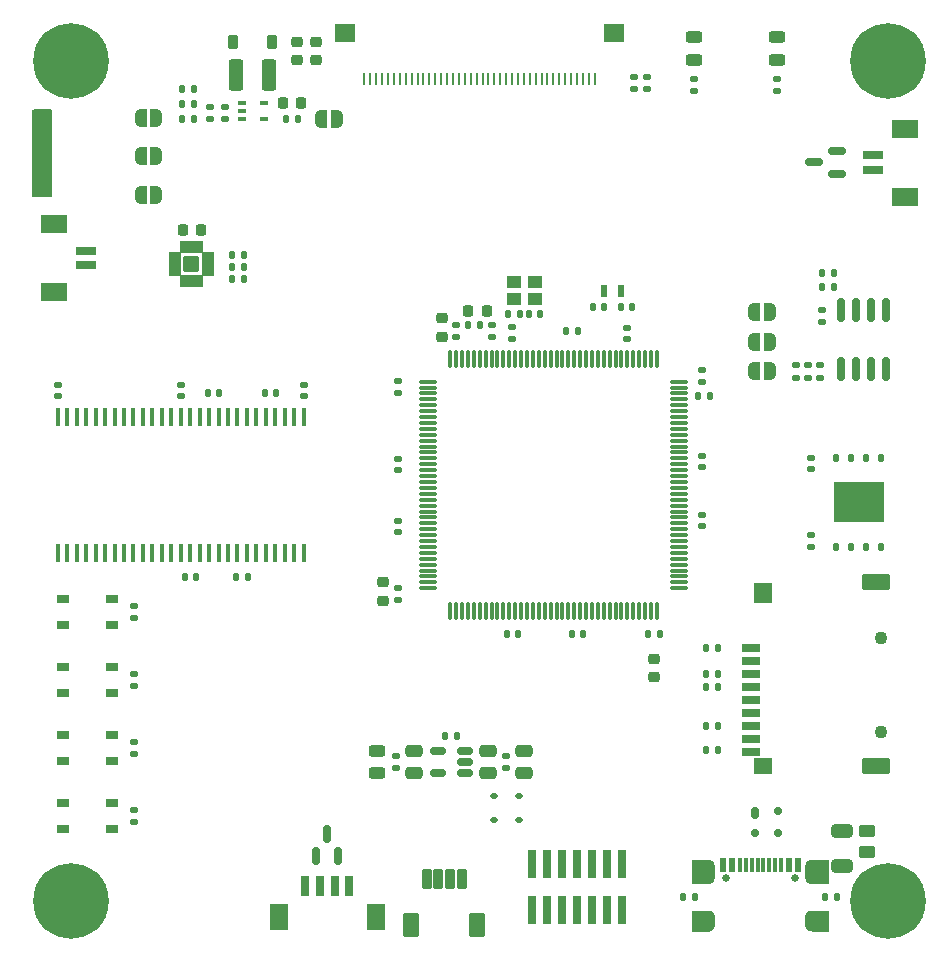
<source format=gbr>
%TF.GenerationSoftware,KiCad,Pcbnew,8.0.2*%
%TF.CreationDate,2024-07-15T20:50:26+07:00*%
%TF.ProjectId,chroma-pixel-h743,6368726f-6d61-42d7-9069-78656c2d6837,rev?*%
%TF.SameCoordinates,Original*%
%TF.FileFunction,Soldermask,Top*%
%TF.FilePolarity,Negative*%
%FSLAX46Y46*%
G04 Gerber Fmt 4.6, Leading zero omitted, Abs format (unit mm)*
G04 Created by KiCad (PCBNEW 8.0.2) date 2024-07-15 20:50:26*
%MOMM*%
%LPD*%
G01*
G04 APERTURE LIST*
G04 Aperture macros list*
%AMRoundRect*
0 Rectangle with rounded corners*
0 $1 Rounding radius*
0 $2 $3 $4 $5 $6 $7 $8 $9 X,Y pos of 4 corners*
0 Add a 4 corners polygon primitive as box body*
4,1,4,$2,$3,$4,$5,$6,$7,$8,$9,$2,$3,0*
0 Add four circle primitives for the rounded corners*
1,1,$1+$1,$2,$3*
1,1,$1+$1,$4,$5*
1,1,$1+$1,$6,$7*
1,1,$1+$1,$8,$9*
0 Add four rect primitives between the rounded corners*
20,1,$1+$1,$2,$3,$4,$5,0*
20,1,$1+$1,$4,$5,$6,$7,0*
20,1,$1+$1,$6,$7,$8,$9,0*
20,1,$1+$1,$8,$9,$2,$3,0*%
%AMFreePoly0*
4,1,19,0.500000,-0.750000,0.000000,-0.750000,0.000000,-0.744911,-0.071157,-0.744911,-0.207708,-0.704816,-0.327430,-0.627875,-0.420627,-0.520320,-0.479746,-0.390866,-0.500000,-0.250000,-0.500000,0.250000,-0.479746,0.390866,-0.420627,0.520320,-0.327430,0.627875,-0.207708,0.704816,-0.071157,0.744911,0.000000,0.744911,0.000000,0.750000,0.500000,0.750000,0.500000,-0.750000,0.500000,-0.750000,
$1*%
%AMFreePoly1*
4,1,19,0.000000,0.744911,0.071157,0.744911,0.207708,0.704816,0.327430,0.627875,0.420627,0.520320,0.479746,0.390866,0.500000,0.250000,0.500000,-0.250000,0.479746,-0.390866,0.420627,-0.520320,0.327430,-0.627875,0.207708,-0.704816,0.071157,-0.744911,0.000000,-0.744911,0.000000,-0.750000,-0.500000,-0.750000,-0.500000,0.750000,0.000000,0.750000,0.000000,0.744911,0.000000,0.744911,
$1*%
G04 Aperture macros list end*
%ADD10RoundRect,0.150000X0.587500X0.150000X-0.587500X0.150000X-0.587500X-0.150000X0.587500X-0.150000X0*%
%ADD11C,0.800000*%
%ADD12C,6.400000*%
%ADD13RoundRect,0.140000X0.140000X0.170000X-0.140000X0.170000X-0.140000X-0.170000X0.140000X-0.170000X0*%
%ADD14RoundRect,0.250000X0.650000X-0.325000X0.650000X0.325000X-0.650000X0.325000X-0.650000X-0.325000X0*%
%ADD15RoundRect,0.135000X0.135000X0.185000X-0.135000X0.185000X-0.135000X-0.185000X0.135000X-0.185000X0*%
%ADD16RoundRect,0.135000X0.185000X-0.135000X0.185000X0.135000X-0.185000X0.135000X-0.185000X-0.135000X0*%
%ADD17RoundRect,0.140000X0.170000X-0.140000X0.170000X0.140000X-0.170000X0.140000X-0.170000X-0.140000X0*%
%ADD18RoundRect,0.102000X-0.300000X-0.775000X0.300000X-0.775000X0.300000X0.775000X-0.300000X0.775000X0*%
%ADD19RoundRect,0.102000X0.600000X0.900000X-0.600000X0.900000X-0.600000X-0.900000X0.600000X-0.900000X0*%
%ADD20RoundRect,0.140000X-0.140000X-0.170000X0.140000X-0.170000X0.140000X0.170000X-0.140000X0.170000X0*%
%ADD21R,0.600000X1.100000*%
%ADD22RoundRect,0.150000X0.512500X0.150000X-0.512500X0.150000X-0.512500X-0.150000X0.512500X-0.150000X0*%
%ADD23RoundRect,0.135000X-0.135000X-0.185000X0.135000X-0.185000X0.135000X0.185000X-0.135000X0.185000X0*%
%ADD24R,0.458000X1.510000*%
%ADD25R,0.740000X2.400000*%
%ADD26RoundRect,0.243750X-0.456250X0.243750X-0.456250X-0.243750X0.456250X-0.243750X0.456250X0.243750X0*%
%ADD27RoundRect,0.150000X0.150000X-0.825000X0.150000X0.825000X-0.150000X0.825000X-0.150000X-0.825000X0*%
%ADD28RoundRect,0.140000X-0.170000X0.140000X-0.170000X-0.140000X0.170000X-0.140000X0.170000X0.140000X0*%
%ADD29RoundRect,0.075000X-0.075000X0.662500X-0.075000X-0.662500X0.075000X-0.662500X0.075000X0.662500X0*%
%ADD30RoundRect,0.075000X-0.662500X0.075000X-0.662500X-0.075000X0.662500X-0.075000X0.662500X0.075000X0*%
%ADD31RoundRect,0.250000X0.475000X-0.250000X0.475000X0.250000X-0.475000X0.250000X-0.475000X-0.250000X0*%
%ADD32FreePoly0,180.000000*%
%ADD33FreePoly1,180.000000*%
%ADD34RoundRect,0.225000X-0.225000X-0.250000X0.225000X-0.250000X0.225000X0.250000X-0.225000X0.250000X0*%
%ADD35RoundRect,0.100000X-0.225000X-0.100000X0.225000X-0.100000X0.225000X0.100000X-0.225000X0.100000X0*%
%ADD36FreePoly0,0.000000*%
%ADD37FreePoly1,0.000000*%
%ADD38RoundRect,0.225000X0.250000X-0.225000X0.250000X0.225000X-0.250000X0.225000X-0.250000X-0.225000X0*%
%ADD39R,1.050000X0.650000*%
%ADD40C,0.650000*%
%ADD41R,0.600000X1.240000*%
%ADD42R,0.300000X1.240000*%
%ADD43O,1.000000X2.100000*%
%ADD44O,1.000000X1.800000*%
%ADD45RoundRect,0.112500X-0.187500X-0.112500X0.187500X-0.112500X0.187500X0.112500X-0.187500X0.112500X0*%
%ADD46R,1.150000X1.000000*%
%ADD47RoundRect,0.135000X-0.185000X0.135000X-0.185000X-0.135000X0.185000X-0.135000X0.185000X0.135000X0*%
%ADD48RoundRect,0.150000X0.150000X-0.587500X0.150000X0.587500X-0.150000X0.587500X-0.150000X-0.587500X0*%
%ADD49R,1.800000X0.700000*%
%ADD50R,2.200000X1.600000*%
%ADD51RoundRect,0.033180X0.498820X0.203820X-0.498820X0.203820X-0.498820X-0.203820X0.498820X-0.203820X0*%
%ADD52RoundRect,0.033180X-0.203820X0.498820X-0.203820X-0.498820X0.203820X-0.498820X0.203820X0.498820X0*%
%ADD53RoundRect,0.033180X-0.498820X-0.203820X0.498820X-0.203820X0.498820X0.203820X-0.498820X0.203820X0*%
%ADD54RoundRect,0.033180X0.203820X-0.498820X0.203820X0.498820X-0.203820X0.498820X-0.203820X-0.498820X0*%
%ADD55RoundRect,0.102000X0.550000X0.550000X-0.550000X0.550000X-0.550000X-0.550000X0.550000X-0.550000X0*%
%ADD56RoundRect,0.250000X0.450000X-0.262500X0.450000X0.262500X-0.450000X0.262500X-0.450000X-0.262500X0*%
%ADD57C,1.100000*%
%ADD58R,1.600000X0.700000*%
%ADD59RoundRect,0.050000X0.750000X-0.600000X0.750000X0.600000X-0.750000X0.600000X-0.750000X-0.600000X0*%
%ADD60RoundRect,0.050000X1.100000X-0.600000X1.100000X0.600000X-1.100000X0.600000X-1.100000X-0.600000X0*%
%ADD61RoundRect,0.050000X0.750000X-0.800000X0.750000X0.800000X-0.750000X0.800000X-0.750000X-0.800000X0*%
%ADD62RoundRect,0.225000X0.225000X0.375000X-0.225000X0.375000X-0.225000X-0.375000X0.225000X-0.375000X0*%
%ADD63RoundRect,0.125000X0.125000X-0.200000X0.125000X0.200000X-0.125000X0.200000X-0.125000X-0.200000X0*%
%ADD64R,4.300000X3.400000*%
%ADD65R,0.250000X1.100000*%
%ADD66R,1.700000X1.500000*%
%ADD67RoundRect,0.225000X-0.250000X0.225000X-0.250000X-0.225000X0.250000X-0.225000X0.250000X0.225000X0*%
%ADD68RoundRect,0.250000X0.375000X1.075000X-0.375000X1.075000X-0.375000X-1.075000X0.375000X-1.075000X0*%
%ADD69RoundRect,0.175000X-0.175000X-0.325000X0.175000X-0.325000X0.175000X0.325000X-0.175000X0.325000X0*%
%ADD70RoundRect,0.150000X-0.200000X-0.150000X0.200000X-0.150000X0.200000X0.150000X-0.200000X0.150000X0*%
%ADD71R,0.700000X1.800000*%
%ADD72R,1.600000X2.200000*%
G04 APERTURE END LIST*
D10*
%TO.C,D7*%
X174419500Y-61314500D03*
X174419500Y-59414500D03*
X172544500Y-60364500D03*
%TD*%
D11*
%TO.C,H3*%
X181197300Y-122941100D03*
X180494356Y-124638156D03*
X180494356Y-121244044D03*
X178797300Y-125341100D03*
D12*
X178797300Y-122941100D03*
D11*
X178797300Y-120541100D03*
X177100244Y-124638156D03*
X177100244Y-121244044D03*
X176397300Y-122941100D03*
%TD*%
D13*
%TO.C,C40*%
X147575100Y-73185700D03*
X146615100Y-73185700D03*
%TD*%
D14*
%TO.C,C43*%
X174879000Y-119915200D03*
X174879000Y-116965200D03*
%TD*%
D15*
%TO.C,R19*%
X163679600Y-80111600D03*
X162659600Y-80111600D03*
%TD*%
D16*
%TO.C,R31*%
X172011800Y-78578400D03*
X172011800Y-77558400D03*
%TD*%
D17*
%TO.C,C28*%
X114960400Y-116177000D03*
X114960400Y-115217000D03*
%TD*%
D11*
%TO.C,H4*%
X111997300Y-122941100D03*
X111294356Y-124638156D03*
X111294356Y-121244044D03*
X109597300Y-125341100D03*
D12*
X109597300Y-122941100D03*
D11*
X109597300Y-120541100D03*
X107900244Y-124638156D03*
X107900244Y-121244044D03*
X107197300Y-122941100D03*
%TD*%
D18*
%TO.C,J5*%
X139710100Y-121063000D03*
X140710100Y-121063000D03*
X141710100Y-121063000D03*
X142710100Y-121063000D03*
D19*
X138410100Y-124938000D03*
X144010100Y-124938000D03*
%TD*%
D15*
%TO.C,R15*%
X124208000Y-69240400D03*
X123188000Y-69240400D03*
%TD*%
D16*
%TO.C,R23*%
X169353866Y-54358000D03*
X169353866Y-53338000D03*
%TD*%
%TO.C,R34*%
X157251400Y-54180200D03*
X157251400Y-53160200D03*
%TD*%
D20*
%TO.C,C10*%
X151539000Y-74650600D03*
X152499000Y-74650600D03*
%TD*%
D17*
%TO.C,C27*%
X114960400Y-110419667D03*
X114960400Y-109459667D03*
%TD*%
D21*
%TO.C,Y2*%
X154737700Y-71215200D03*
X156137700Y-71215200D03*
%TD*%
D22*
%TO.C,U8*%
X142921300Y-112081600D03*
X142921300Y-111131600D03*
X142921300Y-110181600D03*
X140646300Y-110181600D03*
X140646300Y-112081600D03*
%TD*%
D23*
%TO.C,R16*%
X123188000Y-70247001D03*
X124208000Y-70247001D03*
%TD*%
D24*
%TO.C,U11*%
X129287100Y-81924400D03*
X128487100Y-81924400D03*
X127687100Y-81924400D03*
X126887100Y-81924400D03*
X126087100Y-81924400D03*
X125287100Y-81924400D03*
X124487100Y-81924400D03*
X123687100Y-81924400D03*
X122887100Y-81924400D03*
X122087100Y-81924400D03*
X121287100Y-81924400D03*
X120487100Y-81924400D03*
X119687100Y-81924400D03*
X118887100Y-81924400D03*
X118087100Y-81924400D03*
X117287100Y-81924400D03*
X116487100Y-81924400D03*
X115687100Y-81924400D03*
X114887100Y-81924400D03*
X114087100Y-81924400D03*
X113287100Y-81924400D03*
X112487100Y-81924400D03*
X111687100Y-81924400D03*
X110887100Y-81924400D03*
X110087100Y-81924400D03*
X109287100Y-81924400D03*
X108487100Y-81924400D03*
X108487100Y-93424400D03*
X109287100Y-93424400D03*
X110087100Y-93424400D03*
X110887100Y-93424400D03*
X111687100Y-93424400D03*
X112487100Y-93424400D03*
X113287100Y-93424400D03*
X114087100Y-93424400D03*
X114887100Y-93424400D03*
X115687100Y-93424400D03*
X116487100Y-93424400D03*
X117287100Y-93424400D03*
X118087100Y-93424400D03*
X118887100Y-93424400D03*
X119687100Y-93424400D03*
X120487100Y-93424400D03*
X121287100Y-93424400D03*
X122087100Y-93424400D03*
X122887100Y-93424400D03*
X123687100Y-93424400D03*
X124487100Y-93424400D03*
X125287100Y-93424400D03*
X126087100Y-93424400D03*
X126887100Y-93424400D03*
X127687100Y-93424400D03*
X128487100Y-93424400D03*
X129287100Y-93424400D03*
%TD*%
D25*
%TO.C,J7*%
X148615400Y-123635600D03*
X148615400Y-119735600D03*
X149885400Y-123635600D03*
X149885400Y-119735600D03*
X151155400Y-123635600D03*
X151155400Y-119735600D03*
X152425400Y-123635600D03*
X152425400Y-119735600D03*
X153695400Y-123635600D03*
X153695400Y-119735600D03*
X154965400Y-123635600D03*
X154965400Y-119735600D03*
X156235400Y-123635600D03*
X156235400Y-119735600D03*
%TD*%
D26*
%TO.C,D4*%
X135483700Y-110214100D03*
X135483700Y-112089100D03*
%TD*%
D16*
%TO.C,R22*%
X146439600Y-111641600D03*
X146439600Y-110621600D03*
%TD*%
D27*
%TO.C,U7*%
X174828200Y-77851000D03*
X176098200Y-77851000D03*
X177368200Y-77851000D03*
X178638200Y-77851000D03*
X178638200Y-72901000D03*
X177368200Y-72901000D03*
X176098200Y-72901000D03*
X174828200Y-72901000D03*
%TD*%
D28*
%TO.C,C8*%
X163042600Y-90194400D03*
X163042600Y-91154400D03*
%TD*%
D15*
%TO.C,R28*%
X120017000Y-54140040D03*
X118997000Y-54140040D03*
%TD*%
D29*
%TO.C,U10*%
X159203800Y-77011900D03*
X158703800Y-77011900D03*
X158203800Y-77011900D03*
X157703800Y-77011900D03*
X157203800Y-77011900D03*
X156703800Y-77011900D03*
X156203800Y-77011900D03*
X155703800Y-77011900D03*
X155203800Y-77011900D03*
X154703800Y-77011900D03*
X154203800Y-77011900D03*
X153703800Y-77011900D03*
X153203800Y-77011900D03*
X152703800Y-77011900D03*
X152203800Y-77011900D03*
X151703800Y-77011900D03*
X151203800Y-77011900D03*
X150703800Y-77011900D03*
X150203800Y-77011900D03*
X149703800Y-77011900D03*
X149203800Y-77011900D03*
X148703800Y-77011900D03*
X148203800Y-77011900D03*
X147703800Y-77011900D03*
X147203800Y-77011900D03*
X146703800Y-77011900D03*
X146203800Y-77011900D03*
X145703800Y-77011900D03*
X145203800Y-77011900D03*
X144703800Y-77011900D03*
X144203800Y-77011900D03*
X143703800Y-77011900D03*
X143203800Y-77011900D03*
X142703800Y-77011900D03*
X142203800Y-77011900D03*
X141703800Y-77011900D03*
D30*
X139791300Y-78924400D03*
X139791300Y-79424400D03*
X139791300Y-79924400D03*
X139791300Y-80424400D03*
X139791300Y-80924400D03*
X139791300Y-81424400D03*
X139791300Y-81924400D03*
X139791300Y-82424400D03*
X139791300Y-82924400D03*
X139791300Y-83424400D03*
X139791300Y-83924400D03*
X139791300Y-84424400D03*
X139791300Y-84924400D03*
X139791300Y-85424400D03*
X139791300Y-85924400D03*
X139791300Y-86424400D03*
X139791300Y-86924400D03*
X139791300Y-87424400D03*
X139791300Y-87924400D03*
X139791300Y-88424400D03*
X139791300Y-88924400D03*
X139791300Y-89424400D03*
X139791300Y-89924400D03*
X139791300Y-90424400D03*
X139791300Y-90924400D03*
X139791300Y-91424400D03*
X139791300Y-91924400D03*
X139791300Y-92424400D03*
X139791300Y-92924400D03*
X139791300Y-93424400D03*
X139791300Y-93924400D03*
X139791300Y-94424400D03*
X139791300Y-94924400D03*
X139791300Y-95424400D03*
X139791300Y-95924400D03*
X139791300Y-96424400D03*
D29*
X141703800Y-98336900D03*
X142203800Y-98336900D03*
X142703800Y-98336900D03*
X143203800Y-98336900D03*
X143703800Y-98336900D03*
X144203800Y-98336900D03*
X144703800Y-98336900D03*
X145203800Y-98336900D03*
X145703800Y-98336900D03*
X146203800Y-98336900D03*
X146703800Y-98336900D03*
X147203800Y-98336900D03*
X147703800Y-98336900D03*
X148203800Y-98336900D03*
X148703800Y-98336900D03*
X149203800Y-98336900D03*
X149703800Y-98336900D03*
X150203800Y-98336900D03*
X150703800Y-98336900D03*
X151203800Y-98336900D03*
X151703800Y-98336900D03*
X152203800Y-98336900D03*
X152703800Y-98336900D03*
X153203800Y-98336900D03*
X153703800Y-98336900D03*
X154203800Y-98336900D03*
X154703800Y-98336900D03*
X155203800Y-98336900D03*
X155703800Y-98336900D03*
X156203800Y-98336900D03*
X156703800Y-98336900D03*
X157203800Y-98336900D03*
X157703800Y-98336900D03*
X158203800Y-98336900D03*
X158703800Y-98336900D03*
X159203800Y-98336900D03*
D30*
X161116300Y-96424400D03*
X161116300Y-95924400D03*
X161116300Y-95424400D03*
X161116300Y-94924400D03*
X161116300Y-94424400D03*
X161116300Y-93924400D03*
X161116300Y-93424400D03*
X161116300Y-92924400D03*
X161116300Y-92424400D03*
X161116300Y-91924400D03*
X161116300Y-91424400D03*
X161116300Y-90924400D03*
X161116300Y-90424400D03*
X161116300Y-89924400D03*
X161116300Y-89424400D03*
X161116300Y-88924400D03*
X161116300Y-88424400D03*
X161116300Y-87924400D03*
X161116300Y-87424400D03*
X161116300Y-86924400D03*
X161116300Y-86424400D03*
X161116300Y-85924400D03*
X161116300Y-85424400D03*
X161116300Y-84924400D03*
X161116300Y-84424400D03*
X161116300Y-83924400D03*
X161116300Y-83424400D03*
X161116300Y-82924400D03*
X161116300Y-82424400D03*
X161116300Y-81924400D03*
X161116300Y-81424400D03*
X161116300Y-80924400D03*
X161116300Y-80424400D03*
X161116300Y-79924400D03*
X161116300Y-79424400D03*
X161116300Y-78924400D03*
%TD*%
D31*
%TO.C,C44*%
X138665900Y-112081600D03*
X138665900Y-110181600D03*
%TD*%
D17*
%TO.C,C14*%
X137312400Y-79857600D03*
X137312400Y-78897600D03*
%TD*%
D16*
%TO.C,R25*%
X121356040Y-56665200D03*
X121356040Y-55645200D03*
%TD*%
D13*
%TO.C,C5*%
X147433800Y-100326200D03*
X146473800Y-100326200D03*
%TD*%
D32*
%TO.C,JP5*%
X168760600Y-73039200D03*
D33*
X167460600Y-73039200D03*
%TD*%
D17*
%TO.C,C2*%
X118887100Y-80138600D03*
X118887100Y-79178600D03*
%TD*%
D13*
%TO.C,C38*%
X124567100Y-95478600D03*
X123607100Y-95478600D03*
%TD*%
D34*
%TO.C,C23*%
X119046500Y-66117701D03*
X120596500Y-66117701D03*
%TD*%
D15*
%TO.C,R14*%
X124208000Y-68240400D03*
X123188000Y-68240400D03*
%TD*%
D17*
%TO.C,C15*%
X137302100Y-86424400D03*
X137302100Y-85464400D03*
%TD*%
D35*
%TO.C,U5*%
X124043400Y-55365200D03*
X124043400Y-56015200D03*
X124043400Y-56665200D03*
X125943400Y-56665200D03*
X125943400Y-55365200D03*
%TD*%
D17*
%TO.C,C9*%
X145203800Y-75130600D03*
X145203800Y-74170600D03*
%TD*%
D36*
%TO.C,JP3*%
X115504200Y-56624100D03*
D37*
X116804200Y-56624100D03*
%TD*%
D13*
%TO.C,C7*%
X159433800Y-100326200D03*
X158473800Y-100326200D03*
%TD*%
D20*
%TO.C,C39*%
X148365100Y-73185700D03*
X149325100Y-73185700D03*
%TD*%
D28*
%TO.C,C13*%
X163042600Y-85194400D03*
X163042600Y-86154400D03*
%TD*%
D17*
%TO.C,C12*%
X163042600Y-78924400D03*
X163042600Y-77964400D03*
%TD*%
%TO.C,C1*%
X108487100Y-80138600D03*
X108487100Y-79178600D03*
%TD*%
D38*
%TO.C,C46*%
X130352800Y-51722800D03*
X130352800Y-50172800D03*
%TD*%
D17*
%TO.C,C49*%
X122609720Y-56665200D03*
X122609720Y-55705200D03*
%TD*%
D15*
%TO.C,R12*%
X174425300Y-122581900D03*
X173405300Y-122581900D03*
%TD*%
%TO.C,R29*%
X128807000Y-56665200D03*
X127787000Y-56665200D03*
%TD*%
D39*
%TO.C,SW3*%
X113030000Y-111014667D03*
X108880000Y-111014667D03*
X113030000Y-108864667D03*
X108880000Y-108864667D03*
%TD*%
D31*
%TO.C,C45*%
X147977500Y-112081600D03*
X147977500Y-110181600D03*
%TD*%
D40*
%TO.C,J4*%
X165081700Y-120946900D03*
X170861700Y-120946900D03*
D41*
X164771700Y-119826900D03*
X165571700Y-119826900D03*
D42*
X166721700Y-119826900D03*
X167721700Y-119826900D03*
X168221700Y-119826900D03*
X169221700Y-119826900D03*
D41*
X170371700Y-119826900D03*
X171171700Y-119826900D03*
X171171700Y-119826900D03*
X170371700Y-119826900D03*
D42*
X169721700Y-119826900D03*
X168721700Y-119826900D03*
X167221700Y-119826900D03*
X166221700Y-119826900D03*
D41*
X165571700Y-119826900D03*
X164771700Y-119826900D03*
D43*
X163651700Y-120426900D03*
D44*
X163651700Y-124626900D03*
D43*
X172291700Y-120426900D03*
D44*
X172291700Y-124626900D03*
%TD*%
D16*
%TO.C,R33*%
X158344600Y-54180200D03*
X158344600Y-53160200D03*
%TD*%
D13*
%TO.C,C37*%
X120167100Y-95478600D03*
X119207100Y-95478600D03*
%TD*%
%TO.C,C3*%
X122167100Y-79857600D03*
X121207100Y-79857600D03*
%TD*%
D45*
%TO.C,D10*%
X145412100Y-116052600D03*
X147512100Y-116052600D03*
%TD*%
D26*
%TO.C,D6*%
X162382200Y-49786300D03*
X162382200Y-51661300D03*
%TD*%
D34*
%TO.C,C26*%
X143233200Y-72923400D03*
X144783200Y-72923400D03*
%TD*%
D39*
%TO.C,SW1*%
X113030000Y-99500000D03*
X108880000Y-99500000D03*
X113030000Y-97350000D03*
X108880000Y-97350000D03*
%TD*%
D46*
%TO.C,Y1*%
X147095100Y-71915200D03*
X148845100Y-71915200D03*
X148845100Y-70515200D03*
X147095100Y-70515200D03*
%TD*%
D47*
%TO.C,R2*%
X172237400Y-91870400D03*
X172237400Y-92890400D03*
%TD*%
D11*
%TO.C,H1*%
X111997300Y-51741100D03*
X111294356Y-53438156D03*
X111294356Y-50044044D03*
X109597300Y-54141100D03*
D12*
X109597300Y-51741100D03*
D11*
X109597300Y-49341100D03*
X107900244Y-53438156D03*
X107900244Y-50044044D03*
X107197300Y-51741100D03*
%TD*%
D48*
%TO.C,D9*%
X130342600Y-119123700D03*
X132242600Y-119123700D03*
X131292600Y-117248700D03*
%TD*%
D39*
%TO.C,SW4*%
X113030000Y-116772000D03*
X108880000Y-116772000D03*
X113030000Y-114622000D03*
X108880000Y-114622000D03*
%TD*%
D47*
%TO.C,R17*%
X146913600Y-74318400D03*
X146913600Y-75338400D03*
%TD*%
D15*
%TO.C,R26*%
X120017000Y-56665200D03*
X118997000Y-56665200D03*
%TD*%
D16*
%TO.C,R21*%
X137129300Y-111641600D03*
X137129300Y-110621600D03*
%TD*%
D23*
%TO.C,R8*%
X163345400Y-103675000D03*
X164365400Y-103675000D03*
%TD*%
D17*
%TO.C,C4*%
X142189200Y-75130600D03*
X142189200Y-74170600D03*
%TD*%
D49*
%TO.C,J6*%
X177497800Y-61016150D03*
X177497800Y-59766150D03*
D50*
X180197800Y-63266150D03*
X180197800Y-57516150D03*
%TD*%
D36*
%TO.C,JP2*%
X115504200Y-59858850D03*
D37*
X116804200Y-59858850D03*
%TD*%
D51*
%TO.C,U6*%
X121231500Y-69725900D03*
X121231500Y-69225900D03*
X121231500Y-68725900D03*
X121231500Y-68225900D03*
D52*
X120546500Y-67540900D03*
X120046500Y-67540900D03*
X119546500Y-67540900D03*
X119046500Y-67540900D03*
D53*
X118361500Y-68225900D03*
X118361500Y-68725900D03*
X118361500Y-69225900D03*
X118361500Y-69725900D03*
D54*
X119046500Y-70410900D03*
X119546500Y-70410900D03*
X120046500Y-70410900D03*
X120546500Y-70410900D03*
D55*
X119796500Y-68975900D03*
%TD*%
D13*
%TO.C,C41*%
X154737700Y-72612200D03*
X153777700Y-72612200D03*
%TD*%
D23*
%TO.C,R20*%
X141273800Y-108921800D03*
X142293800Y-108921800D03*
%TD*%
D20*
%TO.C,C25*%
X143233200Y-74168000D03*
X144193200Y-74168000D03*
%TD*%
D28*
%TO.C,C21*%
X172237400Y-85390400D03*
X172237400Y-86350400D03*
%TD*%
D38*
%TO.C,C19*%
X140970000Y-75130600D03*
X140970000Y-73580600D03*
%TD*%
D23*
%TO.C,R7*%
X163345400Y-108075000D03*
X164365400Y-108075000D03*
%TD*%
D16*
%TO.C,R30*%
X173053200Y-78578400D03*
X173053200Y-77558400D03*
%TD*%
D56*
%TO.C,R13*%
X176987200Y-118790200D03*
X176987200Y-116965200D03*
%TD*%
D16*
%TO.C,R32*%
X170970400Y-78578400D03*
X170970400Y-77558400D03*
%TD*%
D23*
%TO.C,R9*%
X163345400Y-101475000D03*
X164365400Y-101475000D03*
%TD*%
D57*
%TO.C,J3*%
X178157400Y-108632800D03*
X178157400Y-100632800D03*
D58*
X167157400Y-101482800D03*
X167157400Y-102582800D03*
X167157400Y-103682800D03*
X167157400Y-104782800D03*
X167157400Y-105882800D03*
X167157400Y-106982800D03*
X167157400Y-108082800D03*
X167157400Y-109182800D03*
X167157400Y-110282800D03*
D59*
X168157400Y-111432800D03*
D60*
X177757400Y-111432800D03*
D61*
X168157400Y-96832800D03*
D60*
X177757400Y-95932800D03*
%TD*%
D62*
%TO.C,D8*%
X126620900Y-50172800D03*
X123320900Y-50172800D03*
%TD*%
D15*
%TO.C,R10*%
X164365400Y-110109000D03*
X163345400Y-110109000D03*
%TD*%
D63*
%TO.C,U1*%
X174404600Y-92890400D03*
X175674600Y-92890400D03*
X176944600Y-92890400D03*
X178214600Y-92890400D03*
X178214600Y-85390400D03*
X176944600Y-85390400D03*
X175674600Y-85390400D03*
X174404600Y-85390400D03*
D64*
X176309600Y-89140400D03*
%TD*%
D13*
%TO.C,C6*%
X152933800Y-100326200D03*
X151973800Y-100326200D03*
%TD*%
D32*
%TO.C,JP4*%
X132095000Y-56692800D03*
D33*
X130795000Y-56692800D03*
%TD*%
D65*
%TO.C,J2*%
X153940400Y-53335000D03*
X153440400Y-53335000D03*
X152940400Y-53335000D03*
X152440400Y-53335000D03*
X151940400Y-53335000D03*
X151440400Y-53335000D03*
X150940400Y-53335000D03*
X150440400Y-53335000D03*
X149940400Y-53335000D03*
X149440400Y-53335000D03*
X148940400Y-53335000D03*
X148440400Y-53335000D03*
X147940400Y-53335000D03*
X147440400Y-53335000D03*
X146940400Y-53335000D03*
X146440400Y-53335000D03*
X145940400Y-53335000D03*
X145440400Y-53335000D03*
X144940400Y-53335000D03*
X144440400Y-53335000D03*
X143940400Y-53335000D03*
X143440400Y-53335000D03*
X142940400Y-53335000D03*
X142440400Y-53335000D03*
X141940400Y-53335000D03*
X141440400Y-53335000D03*
X140940400Y-53335000D03*
X140440400Y-53335000D03*
X139940400Y-53335000D03*
X139440400Y-53335000D03*
X138940400Y-53335000D03*
X138440400Y-53335000D03*
X137940400Y-53335000D03*
X137440400Y-53335000D03*
X136940400Y-53335000D03*
X136440400Y-53335000D03*
X135940400Y-53335000D03*
X135440400Y-53335000D03*
X134940400Y-53335000D03*
X134440400Y-53335000D03*
D66*
X155590400Y-49435000D03*
X132790400Y-49435000D03*
%TD*%
D23*
%TO.C,R11*%
X161441900Y-122581900D03*
X162461900Y-122581900D03*
%TD*%
%TO.C,R6*%
X173154800Y-70931000D03*
X174174800Y-70931000D03*
%TD*%
D32*
%TO.C,JP7*%
X168760600Y-78068400D03*
D33*
X167460600Y-78068400D03*
%TD*%
D38*
%TO.C,C47*%
X128752600Y-51722800D03*
X128752600Y-50172800D03*
%TD*%
D15*
%TO.C,R27*%
X120017000Y-55402620D03*
X118997000Y-55402620D03*
%TD*%
D23*
%TO.C,R5*%
X173154800Y-69711800D03*
X174174800Y-69711800D03*
%TD*%
D17*
%TO.C,C24*%
X114960400Y-98905000D03*
X114960400Y-97945000D03*
%TD*%
%TO.C,C11*%
X156703800Y-75311000D03*
X156703800Y-74351000D03*
%TD*%
D16*
%TO.C,R18*%
X114960400Y-104699000D03*
X114960400Y-103679000D03*
%TD*%
D31*
%TO.C,C30*%
X144901700Y-112081600D03*
X144901700Y-110181600D03*
%TD*%
D17*
%TO.C,C29*%
X129287100Y-80138600D03*
X129287100Y-79178600D03*
%TD*%
D11*
%TO.C,H2*%
X181197300Y-51741100D03*
X180494356Y-53438156D03*
X180494356Y-50044044D03*
X178797300Y-54141100D03*
D12*
X178797300Y-51741100D03*
D11*
X178797300Y-49341100D03*
X177100244Y-53438156D03*
X177100244Y-50044044D03*
X176397300Y-51741100D03*
%TD*%
D67*
%TO.C,C34*%
X136017000Y-95924400D03*
X136017000Y-97474400D03*
%TD*%
D20*
%TO.C,C42*%
X156137700Y-72612200D03*
X157097700Y-72612200D03*
%TD*%
D45*
%TO.C,D3*%
X145412100Y-113976400D03*
X147512100Y-113976400D03*
%TD*%
D13*
%TO.C,C18*%
X164335400Y-104775000D03*
X163375400Y-104775000D03*
%TD*%
%TO.C,C36*%
X126967100Y-79857600D03*
X126007100Y-79857600D03*
%TD*%
D49*
%TO.C,J8*%
X110893900Y-67831500D03*
X110893900Y-69081500D03*
D50*
X108193900Y-65581500D03*
X108193900Y-71331500D03*
%TD*%
D28*
%TO.C,C20*%
X173154800Y-72901000D03*
X173154800Y-73861000D03*
%TD*%
%TO.C,C17*%
X137302100Y-96424400D03*
X137302100Y-97384400D03*
%TD*%
D17*
%TO.C,C16*%
X137302100Y-91654400D03*
X137302100Y-90694400D03*
%TD*%
D16*
%TO.C,R24*%
X162382200Y-54358000D03*
X162382200Y-53338000D03*
%TD*%
D36*
%TO.C,JP1*%
X115504200Y-63093600D03*
D37*
X116804200Y-63093600D03*
%TD*%
D68*
%TO.C,L2*%
X126393400Y-52984400D03*
X123593400Y-52984400D03*
%TD*%
D69*
%TO.C,D2*%
X167471700Y-115481900D03*
D70*
X167471700Y-117181900D03*
X169471700Y-117181900D03*
X169471700Y-115281900D03*
%TD*%
D26*
%TO.C,D5*%
X169353866Y-49786300D03*
X169353866Y-51661300D03*
%TD*%
D67*
%TO.C,C35*%
X158953200Y-102374400D03*
X158953200Y-103924400D03*
%TD*%
D32*
%TO.C,JP6*%
X168760600Y-75553800D03*
D33*
X167460600Y-75553800D03*
%TD*%
D39*
%TO.C,SW2*%
X113030000Y-105257334D03*
X108880000Y-105257334D03*
X113030000Y-103107334D03*
X108880000Y-103107334D03*
%TD*%
D34*
%TO.C,C48*%
X127522000Y-55365200D03*
X129072000Y-55365200D03*
%TD*%
D71*
%TO.C,J9*%
X129417600Y-121592400D03*
X130667600Y-121592400D03*
X131917600Y-121592400D03*
X133167600Y-121592400D03*
D72*
X127167600Y-124292400D03*
X135417600Y-124292400D03*
%TD*%
G36*
X163685700Y-119397086D02*
G01*
X163685700Y-121455314D01*
X163685114Y-121455900D01*
X162184286Y-121455900D01*
X162183700Y-121455314D01*
X162183700Y-119397086D01*
X162184286Y-119396500D01*
X163685114Y-119396500D01*
X163685700Y-119397086D01*
G37*
G36*
X173796300Y-119397086D02*
G01*
X173796300Y-121455314D01*
X173795714Y-121455900D01*
X172294886Y-121455900D01*
X172294300Y-121455314D01*
X172294300Y-119397086D01*
X172294886Y-119396500D01*
X173795714Y-119396500D01*
X173796300Y-119397086D01*
G37*
G36*
X173796300Y-123740486D02*
G01*
X173796300Y-125519314D01*
X173795714Y-125519900D01*
X172294886Y-125519900D01*
X172294300Y-125519314D01*
X172294300Y-123740486D01*
X172294886Y-123739900D01*
X173795714Y-123739900D01*
X173796300Y-123740486D01*
G37*
G36*
X163660300Y-123740486D02*
G01*
X163660300Y-125519314D01*
X163659714Y-125519900D01*
X162158886Y-125519900D01*
X162158300Y-125519314D01*
X162158300Y-123740486D01*
X162158886Y-123739900D01*
X163659714Y-123739900D01*
X163660300Y-123740486D01*
G37*
G36*
X107969239Y-55899685D02*
G01*
X108014994Y-55952489D01*
X108026200Y-56004000D01*
X108026200Y-63198200D01*
X108006515Y-63265239D01*
X107953711Y-63310994D01*
X107902200Y-63322200D01*
X106423000Y-63322200D01*
X106355961Y-63302515D01*
X106310206Y-63249711D01*
X106299000Y-63198200D01*
X106299000Y-56004000D01*
X106318685Y-55936961D01*
X106371489Y-55891206D01*
X106423000Y-55880000D01*
X107902200Y-55880000D01*
X107969239Y-55899685D01*
G37*
M02*

</source>
